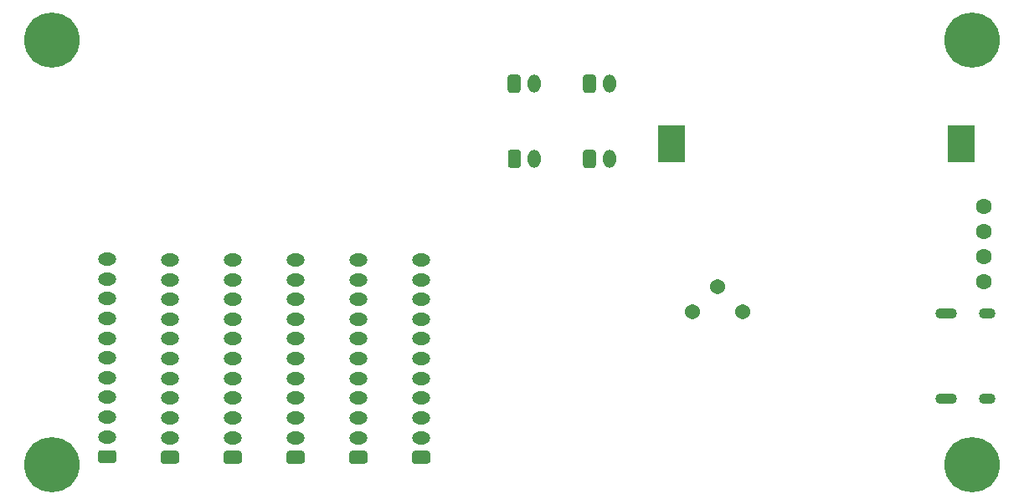
<source format=gbr>
%TF.GenerationSoftware,KiCad,Pcbnew,(5.1.6)-1*%
%TF.CreationDate,2021-01-29T14:11:21+08:00*%
%TF.ProjectId,STM32F0_Nixie_Clock,53544d33-3246-4305-9f4e-697869655f43,V3.0*%
%TF.SameCoordinates,Original*%
%TF.FileFunction,Soldermask,Bot*%
%TF.FilePolarity,Negative*%
%FSLAX46Y46*%
G04 Gerber Fmt 4.6, Leading zero omitted, Abs format (unit mm)*
G04 Created by KiCad (PCBNEW (5.1.6)-1) date 2021-01-29 14:11:21*
%MOMM*%
%LPD*%
G01*
G04 APERTURE LIST*
%ADD10C,1.600000*%
%ADD11R,2.700000X3.700000*%
%ADD12C,5.600000*%
%ADD13O,1.850000X1.300000*%
%ADD14C,1.540000*%
%ADD15O,1.700000X1.100000*%
%ADD16O,2.200000X1.100000*%
%ADD17O,1.300000X1.850000*%
G04 APERTURE END LIST*
D10*
%TO.C,TP101*%
X204216000Y-111506000D03*
%TD*%
%TO.C,TP107*%
X204216000Y-108966000D03*
%TD*%
%TO.C,TP104*%
X204216000Y-106426000D03*
%TD*%
%TO.C,TP103*%
X204216000Y-103886000D03*
%TD*%
D11*
%TO.C,BT101*%
X172630000Y-97536000D03*
X201930000Y-97536000D03*
%TD*%
D12*
%TO.C,H101*%
X110000000Y-87000000D03*
%TD*%
%TO.C,H102*%
X203000000Y-87000000D03*
%TD*%
%TO.C,H104*%
X203000000Y-130000000D03*
%TD*%
%TO.C,H103*%
X110000000Y-130000000D03*
%TD*%
D13*
%TO.C,DS103*%
X128270000Y-109286000D03*
X128270000Y-111286000D03*
X128270000Y-113286000D03*
X128270000Y-115286000D03*
X128270000Y-117286000D03*
X128270000Y-119286000D03*
X128270000Y-121286000D03*
X128270000Y-123286000D03*
X128270000Y-125286000D03*
X128270000Y-127286000D03*
G36*
G01*
X128924168Y-129936000D02*
X127615832Y-129936000D01*
G75*
G02*
X127345000Y-129665168I0J270832D01*
G01*
X127345000Y-128906832D01*
G75*
G02*
X127615832Y-128636000I270832J0D01*
G01*
X128924168Y-128636000D01*
G75*
G02*
X129195000Y-128906832I0J-270832D01*
G01*
X129195000Y-129665168D01*
G75*
G02*
X128924168Y-129936000I-270832J0D01*
G01*
G37*
%TD*%
%TO.C,DS102*%
X121920000Y-109286000D03*
X121920000Y-111286000D03*
X121920000Y-113286000D03*
X121920000Y-115286000D03*
X121920000Y-117286000D03*
X121920000Y-119286000D03*
X121920000Y-121286000D03*
X121920000Y-123286000D03*
X121920000Y-125286000D03*
X121920000Y-127286000D03*
G36*
G01*
X122574168Y-129936000D02*
X121265832Y-129936000D01*
G75*
G02*
X120995000Y-129665168I0J270832D01*
G01*
X120995000Y-128906832D01*
G75*
G02*
X121265832Y-128636000I270832J0D01*
G01*
X122574168Y-128636000D01*
G75*
G02*
X122845000Y-128906832I0J-270832D01*
G01*
X122845000Y-129665168D01*
G75*
G02*
X122574168Y-129936000I-270832J0D01*
G01*
G37*
%TD*%
D14*
%TO.C,RV101*%
X179832000Y-114554000D03*
X177292000Y-112014000D03*
X174752000Y-114554000D03*
%TD*%
D15*
%TO.C,P101*%
X204550000Y-114680000D03*
X204550000Y-123320000D03*
D16*
X200370000Y-123320000D03*
X200370000Y-114680000D03*
%TD*%
D17*
%TO.C,NE104*%
X166338000Y-99060000D03*
G36*
G01*
X163688000Y-99714168D02*
X163688000Y-98405832D01*
G75*
G02*
X163958832Y-98135000I270832J0D01*
G01*
X164717168Y-98135000D01*
G75*
G02*
X164988000Y-98405832I0J-270832D01*
G01*
X164988000Y-99714168D01*
G75*
G02*
X164717168Y-99985000I-270832J0D01*
G01*
X163958832Y-99985000D01*
G75*
G02*
X163688000Y-99714168I0J270832D01*
G01*
G37*
%TD*%
%TO.C,NE103*%
G36*
G01*
X156100000Y-99714168D02*
X156100000Y-98405832D01*
G75*
G02*
X156370832Y-98135000I270832J0D01*
G01*
X157129168Y-98135000D01*
G75*
G02*
X157400000Y-98405832I0J-270832D01*
G01*
X157400000Y-99714168D01*
G75*
G02*
X157129168Y-99985000I-270832J0D01*
G01*
X156370832Y-99985000D01*
G75*
G02*
X156100000Y-99714168I0J270832D01*
G01*
G37*
X158750000Y-99060000D03*
%TD*%
%TO.C,NE102*%
X166338000Y-91440000D03*
G36*
G01*
X163688000Y-92094168D02*
X163688000Y-90785832D01*
G75*
G02*
X163958832Y-90515000I270832J0D01*
G01*
X164717168Y-90515000D01*
G75*
G02*
X164988000Y-90785832I0J-270832D01*
G01*
X164988000Y-92094168D01*
G75*
G02*
X164717168Y-92365000I-270832J0D01*
G01*
X163958832Y-92365000D01*
G75*
G02*
X163688000Y-92094168I0J270832D01*
G01*
G37*
%TD*%
%TO.C,NE101*%
X158718000Y-91440000D03*
G36*
G01*
X156068000Y-92094168D02*
X156068000Y-90785832D01*
G75*
G02*
X156338832Y-90515000I270832J0D01*
G01*
X157097168Y-90515000D01*
G75*
G02*
X157368000Y-90785832I0J-270832D01*
G01*
X157368000Y-92094168D01*
G75*
G02*
X157097168Y-92365000I-270832J0D01*
G01*
X156338832Y-92365000D01*
G75*
G02*
X156068000Y-92094168I0J270832D01*
G01*
G37*
%TD*%
D13*
%TO.C,DS106*%
X147320000Y-109286000D03*
X147320000Y-111286000D03*
X147320000Y-113286000D03*
X147320000Y-115286000D03*
X147320000Y-117286000D03*
X147320000Y-119286000D03*
X147320000Y-121286000D03*
X147320000Y-123286000D03*
X147320000Y-125286000D03*
X147320000Y-127286000D03*
G36*
G01*
X147974168Y-129936000D02*
X146665832Y-129936000D01*
G75*
G02*
X146395000Y-129665168I0J270832D01*
G01*
X146395000Y-128906832D01*
G75*
G02*
X146665832Y-128636000I270832J0D01*
G01*
X147974168Y-128636000D01*
G75*
G02*
X148245000Y-128906832I0J-270832D01*
G01*
X148245000Y-129665168D01*
G75*
G02*
X147974168Y-129936000I-270832J0D01*
G01*
G37*
%TD*%
%TO.C,DS105*%
X140970000Y-109286000D03*
X140970000Y-111286000D03*
X140970000Y-113286000D03*
X140970000Y-115286000D03*
X140970000Y-117286000D03*
X140970000Y-119286000D03*
X140970000Y-121286000D03*
X140970000Y-123286000D03*
X140970000Y-125286000D03*
X140970000Y-127286000D03*
G36*
G01*
X141624168Y-129936000D02*
X140315832Y-129936000D01*
G75*
G02*
X140045000Y-129665168I0J270832D01*
G01*
X140045000Y-128906832D01*
G75*
G02*
X140315832Y-128636000I270832J0D01*
G01*
X141624168Y-128636000D01*
G75*
G02*
X141895000Y-128906832I0J-270832D01*
G01*
X141895000Y-129665168D01*
G75*
G02*
X141624168Y-129936000I-270832J0D01*
G01*
G37*
%TD*%
%TO.C,DS104*%
G36*
G01*
X135274168Y-129936000D02*
X133965832Y-129936000D01*
G75*
G02*
X133695000Y-129665168I0J270832D01*
G01*
X133695000Y-128906832D01*
G75*
G02*
X133965832Y-128636000I270832J0D01*
G01*
X135274168Y-128636000D01*
G75*
G02*
X135545000Y-128906832I0J-270832D01*
G01*
X135545000Y-129665168D01*
G75*
G02*
X135274168Y-129936000I-270832J0D01*
G01*
G37*
X134620000Y-127286000D03*
X134620000Y-125286000D03*
X134620000Y-123286000D03*
X134620000Y-121286000D03*
X134620000Y-119286000D03*
X134620000Y-117286000D03*
X134620000Y-115286000D03*
X134620000Y-113286000D03*
X134620000Y-111286000D03*
X134620000Y-109286000D03*
%TD*%
%TO.C,DS101*%
X115570000Y-109220000D03*
X115570000Y-111220000D03*
X115570000Y-113220000D03*
X115570000Y-115220000D03*
X115570000Y-117220000D03*
X115570000Y-119220000D03*
X115570000Y-121220000D03*
X115570000Y-123220000D03*
X115570000Y-125220000D03*
X115570000Y-127220000D03*
G36*
G01*
X116224168Y-129870000D02*
X114915832Y-129870000D01*
G75*
G02*
X114645000Y-129599168I0J270832D01*
G01*
X114645000Y-128840832D01*
G75*
G02*
X114915832Y-128570000I270832J0D01*
G01*
X116224168Y-128570000D01*
G75*
G02*
X116495000Y-128840832I0J-270832D01*
G01*
X116495000Y-129599168D01*
G75*
G02*
X116224168Y-129870000I-270832J0D01*
G01*
G37*
%TD*%
M02*

</source>
